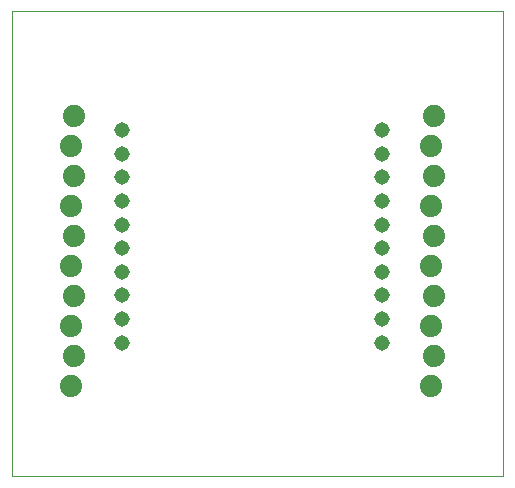
<source format=gtl>
G75*
G70*
%OFA0B0*%
%FSLAX24Y24*%
%IPPOS*%
%LPD*%
%AMOC8*
5,1,8,0,0,1.08239X$1,22.5*
%
%ADD10C,0.0000*%
%ADD11C,0.0515*%
%ADD12C,0.0740*%
D10*
X000100Y000100D02*
X000100Y015596D01*
X016470Y015596D01*
X016470Y000100D01*
X000100Y000100D01*
D11*
X003769Y004557D03*
X003769Y005344D03*
X003769Y006131D03*
X003769Y006919D03*
X003769Y007706D03*
X003769Y008494D03*
X003769Y009281D03*
X003769Y010069D03*
X003769Y010856D03*
X003769Y011643D03*
X012431Y011643D03*
X012431Y010856D03*
X012431Y010069D03*
X012431Y009281D03*
X012431Y008494D03*
X012431Y007706D03*
X012431Y006919D03*
X012431Y006131D03*
X012431Y005344D03*
X012431Y004557D03*
D12*
X014050Y005100D03*
X014150Y004100D03*
X014050Y003100D03*
X014150Y006100D03*
X014050Y007100D03*
X014150Y008100D03*
X014050Y009100D03*
X014150Y010100D03*
X014050Y011100D03*
X014150Y012100D03*
X002150Y012100D03*
X002050Y011100D03*
X002150Y010100D03*
X002050Y009100D03*
X002150Y008100D03*
X002050Y007100D03*
X002150Y006100D03*
X002050Y005100D03*
X002150Y004100D03*
X002050Y003100D03*
M02*

</source>
